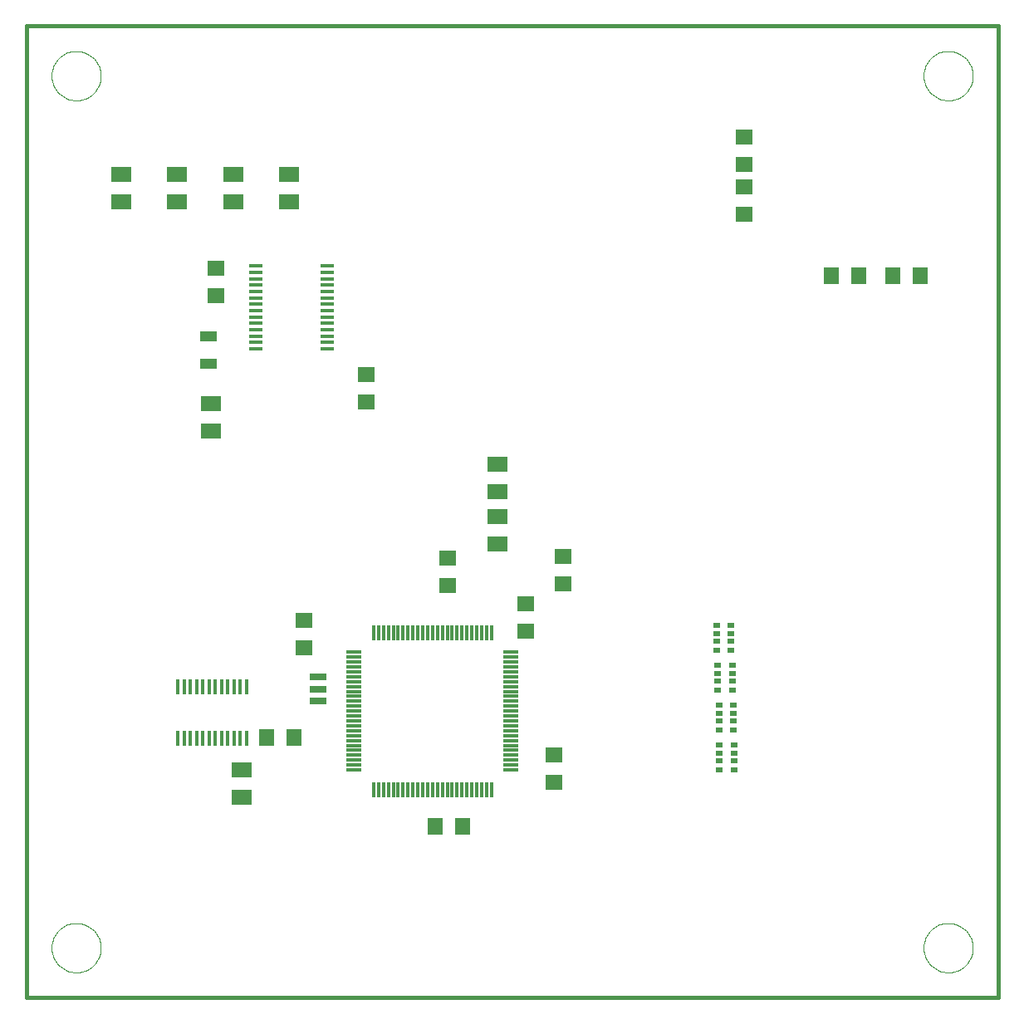
<source format=gtp>
G75*
%MOIN*%
%OFA0B0*%
%FSLAX24Y24*%
%IPPOS*%
%LPD*%
%AMOC8*
5,1,8,0,0,1.08239X$1,22.5*
%
%ADD10C,0.0160*%
%ADD11C,0.0000*%
%ADD12R,0.0118X0.0591*%
%ADD13R,0.0591X0.0118*%
%ADD14R,0.0669X0.0276*%
%ADD15R,0.0787X0.0630*%
%ADD16R,0.0709X0.0630*%
%ADD17R,0.0550X0.0137*%
%ADD18R,0.0630X0.0709*%
%ADD19R,0.0709X0.0394*%
%ADD20R,0.0140X0.0630*%
%ADD21R,0.0315X0.0236*%
%ADD22R,0.0315X0.0197*%
D10*
X000400Y000180D02*
X039400Y000180D01*
X039400Y039180D01*
X000400Y039180D01*
X000400Y000180D01*
D11*
X001410Y002180D02*
X001412Y002243D01*
X001418Y002305D01*
X001428Y002367D01*
X001442Y002429D01*
X001459Y002489D01*
X001481Y002548D01*
X001506Y002605D01*
X001535Y002661D01*
X001567Y002715D01*
X001603Y002767D01*
X001642Y002816D01*
X001684Y002863D01*
X001728Y002907D01*
X001776Y002948D01*
X001826Y002986D01*
X001878Y003021D01*
X001932Y003053D01*
X001989Y003081D01*
X002047Y003105D01*
X002106Y003125D01*
X002167Y003142D01*
X002228Y003155D01*
X002290Y003164D01*
X002353Y003169D01*
X002416Y003170D01*
X002478Y003167D01*
X002541Y003160D01*
X002603Y003149D01*
X002664Y003134D01*
X002724Y003116D01*
X002782Y003093D01*
X002840Y003067D01*
X002895Y003037D01*
X002948Y003004D01*
X003000Y002968D01*
X003048Y002928D01*
X003094Y002886D01*
X003138Y002840D01*
X003178Y002792D01*
X003215Y002741D01*
X003249Y002689D01*
X003280Y002634D01*
X003307Y002577D01*
X003330Y002519D01*
X003350Y002459D01*
X003366Y002398D01*
X003378Y002336D01*
X003386Y002274D01*
X003390Y002211D01*
X003390Y002149D01*
X003386Y002086D01*
X003378Y002024D01*
X003366Y001962D01*
X003350Y001901D01*
X003330Y001841D01*
X003307Y001783D01*
X003280Y001726D01*
X003249Y001671D01*
X003215Y001619D01*
X003178Y001568D01*
X003138Y001520D01*
X003094Y001474D01*
X003048Y001432D01*
X003000Y001392D01*
X002948Y001356D01*
X002895Y001323D01*
X002840Y001293D01*
X002782Y001267D01*
X002724Y001244D01*
X002664Y001226D01*
X002603Y001211D01*
X002541Y001200D01*
X002478Y001193D01*
X002416Y001190D01*
X002353Y001191D01*
X002290Y001196D01*
X002228Y001205D01*
X002167Y001218D01*
X002106Y001235D01*
X002047Y001255D01*
X001989Y001279D01*
X001932Y001307D01*
X001878Y001339D01*
X001826Y001374D01*
X001776Y001412D01*
X001728Y001453D01*
X001684Y001497D01*
X001642Y001544D01*
X001603Y001593D01*
X001567Y001645D01*
X001535Y001699D01*
X001506Y001755D01*
X001481Y001812D01*
X001459Y001871D01*
X001442Y001931D01*
X001428Y001993D01*
X001418Y002055D01*
X001412Y002117D01*
X001410Y002180D01*
X001410Y037180D02*
X001412Y037243D01*
X001418Y037305D01*
X001428Y037367D01*
X001442Y037429D01*
X001459Y037489D01*
X001481Y037548D01*
X001506Y037605D01*
X001535Y037661D01*
X001567Y037715D01*
X001603Y037767D01*
X001642Y037816D01*
X001684Y037863D01*
X001728Y037907D01*
X001776Y037948D01*
X001826Y037986D01*
X001878Y038021D01*
X001932Y038053D01*
X001989Y038081D01*
X002047Y038105D01*
X002106Y038125D01*
X002167Y038142D01*
X002228Y038155D01*
X002290Y038164D01*
X002353Y038169D01*
X002416Y038170D01*
X002478Y038167D01*
X002541Y038160D01*
X002603Y038149D01*
X002664Y038134D01*
X002724Y038116D01*
X002782Y038093D01*
X002840Y038067D01*
X002895Y038037D01*
X002948Y038004D01*
X003000Y037968D01*
X003048Y037928D01*
X003094Y037886D01*
X003138Y037840D01*
X003178Y037792D01*
X003215Y037741D01*
X003249Y037689D01*
X003280Y037634D01*
X003307Y037577D01*
X003330Y037519D01*
X003350Y037459D01*
X003366Y037398D01*
X003378Y037336D01*
X003386Y037274D01*
X003390Y037211D01*
X003390Y037149D01*
X003386Y037086D01*
X003378Y037024D01*
X003366Y036962D01*
X003350Y036901D01*
X003330Y036841D01*
X003307Y036783D01*
X003280Y036726D01*
X003249Y036671D01*
X003215Y036619D01*
X003178Y036568D01*
X003138Y036520D01*
X003094Y036474D01*
X003048Y036432D01*
X003000Y036392D01*
X002948Y036356D01*
X002895Y036323D01*
X002840Y036293D01*
X002782Y036267D01*
X002724Y036244D01*
X002664Y036226D01*
X002603Y036211D01*
X002541Y036200D01*
X002478Y036193D01*
X002416Y036190D01*
X002353Y036191D01*
X002290Y036196D01*
X002228Y036205D01*
X002167Y036218D01*
X002106Y036235D01*
X002047Y036255D01*
X001989Y036279D01*
X001932Y036307D01*
X001878Y036339D01*
X001826Y036374D01*
X001776Y036412D01*
X001728Y036453D01*
X001684Y036497D01*
X001642Y036544D01*
X001603Y036593D01*
X001567Y036645D01*
X001535Y036699D01*
X001506Y036755D01*
X001481Y036812D01*
X001459Y036871D01*
X001442Y036931D01*
X001428Y036993D01*
X001418Y037055D01*
X001412Y037117D01*
X001410Y037180D01*
X036410Y037180D02*
X036412Y037243D01*
X036418Y037305D01*
X036428Y037367D01*
X036442Y037429D01*
X036459Y037489D01*
X036481Y037548D01*
X036506Y037605D01*
X036535Y037661D01*
X036567Y037715D01*
X036603Y037767D01*
X036642Y037816D01*
X036684Y037863D01*
X036728Y037907D01*
X036776Y037948D01*
X036826Y037986D01*
X036878Y038021D01*
X036932Y038053D01*
X036989Y038081D01*
X037047Y038105D01*
X037106Y038125D01*
X037167Y038142D01*
X037228Y038155D01*
X037290Y038164D01*
X037353Y038169D01*
X037416Y038170D01*
X037478Y038167D01*
X037541Y038160D01*
X037603Y038149D01*
X037664Y038134D01*
X037724Y038116D01*
X037782Y038093D01*
X037840Y038067D01*
X037895Y038037D01*
X037948Y038004D01*
X038000Y037968D01*
X038048Y037928D01*
X038094Y037886D01*
X038138Y037840D01*
X038178Y037792D01*
X038215Y037741D01*
X038249Y037689D01*
X038280Y037634D01*
X038307Y037577D01*
X038330Y037519D01*
X038350Y037459D01*
X038366Y037398D01*
X038378Y037336D01*
X038386Y037274D01*
X038390Y037211D01*
X038390Y037149D01*
X038386Y037086D01*
X038378Y037024D01*
X038366Y036962D01*
X038350Y036901D01*
X038330Y036841D01*
X038307Y036783D01*
X038280Y036726D01*
X038249Y036671D01*
X038215Y036619D01*
X038178Y036568D01*
X038138Y036520D01*
X038094Y036474D01*
X038048Y036432D01*
X038000Y036392D01*
X037948Y036356D01*
X037895Y036323D01*
X037840Y036293D01*
X037782Y036267D01*
X037724Y036244D01*
X037664Y036226D01*
X037603Y036211D01*
X037541Y036200D01*
X037478Y036193D01*
X037416Y036190D01*
X037353Y036191D01*
X037290Y036196D01*
X037228Y036205D01*
X037167Y036218D01*
X037106Y036235D01*
X037047Y036255D01*
X036989Y036279D01*
X036932Y036307D01*
X036878Y036339D01*
X036826Y036374D01*
X036776Y036412D01*
X036728Y036453D01*
X036684Y036497D01*
X036642Y036544D01*
X036603Y036593D01*
X036567Y036645D01*
X036535Y036699D01*
X036506Y036755D01*
X036481Y036812D01*
X036459Y036871D01*
X036442Y036931D01*
X036428Y036993D01*
X036418Y037055D01*
X036412Y037117D01*
X036410Y037180D01*
X036410Y002180D02*
X036412Y002243D01*
X036418Y002305D01*
X036428Y002367D01*
X036442Y002429D01*
X036459Y002489D01*
X036481Y002548D01*
X036506Y002605D01*
X036535Y002661D01*
X036567Y002715D01*
X036603Y002767D01*
X036642Y002816D01*
X036684Y002863D01*
X036728Y002907D01*
X036776Y002948D01*
X036826Y002986D01*
X036878Y003021D01*
X036932Y003053D01*
X036989Y003081D01*
X037047Y003105D01*
X037106Y003125D01*
X037167Y003142D01*
X037228Y003155D01*
X037290Y003164D01*
X037353Y003169D01*
X037416Y003170D01*
X037478Y003167D01*
X037541Y003160D01*
X037603Y003149D01*
X037664Y003134D01*
X037724Y003116D01*
X037782Y003093D01*
X037840Y003067D01*
X037895Y003037D01*
X037948Y003004D01*
X038000Y002968D01*
X038048Y002928D01*
X038094Y002886D01*
X038138Y002840D01*
X038178Y002792D01*
X038215Y002741D01*
X038249Y002689D01*
X038280Y002634D01*
X038307Y002577D01*
X038330Y002519D01*
X038350Y002459D01*
X038366Y002398D01*
X038378Y002336D01*
X038386Y002274D01*
X038390Y002211D01*
X038390Y002149D01*
X038386Y002086D01*
X038378Y002024D01*
X038366Y001962D01*
X038350Y001901D01*
X038330Y001841D01*
X038307Y001783D01*
X038280Y001726D01*
X038249Y001671D01*
X038215Y001619D01*
X038178Y001568D01*
X038138Y001520D01*
X038094Y001474D01*
X038048Y001432D01*
X038000Y001392D01*
X037948Y001356D01*
X037895Y001323D01*
X037840Y001293D01*
X037782Y001267D01*
X037724Y001244D01*
X037664Y001226D01*
X037603Y001211D01*
X037541Y001200D01*
X037478Y001193D01*
X037416Y001190D01*
X037353Y001191D01*
X037290Y001196D01*
X037228Y001205D01*
X037167Y001218D01*
X037106Y001235D01*
X037047Y001255D01*
X036989Y001279D01*
X036932Y001307D01*
X036878Y001339D01*
X036826Y001374D01*
X036776Y001412D01*
X036728Y001453D01*
X036684Y001497D01*
X036642Y001544D01*
X036603Y001593D01*
X036567Y001645D01*
X036535Y001699D01*
X036506Y001755D01*
X036481Y001812D01*
X036459Y001871D01*
X036442Y001931D01*
X036428Y001993D01*
X036418Y002055D01*
X036412Y002117D01*
X036410Y002180D01*
D12*
X019062Y008530D03*
X018865Y008530D03*
X018669Y008530D03*
X018472Y008530D03*
X018275Y008530D03*
X018078Y008530D03*
X017881Y008530D03*
X017684Y008530D03*
X017487Y008530D03*
X017291Y008530D03*
X017094Y008530D03*
X016897Y008530D03*
X016700Y008530D03*
X016503Y008530D03*
X016306Y008530D03*
X016109Y008530D03*
X015913Y008530D03*
X015716Y008530D03*
X015519Y008530D03*
X015322Y008530D03*
X015125Y008530D03*
X014928Y008530D03*
X014731Y008530D03*
X014535Y008530D03*
X014338Y008530D03*
X014338Y014830D03*
X014535Y014830D03*
X014731Y014830D03*
X014928Y014830D03*
X015125Y014830D03*
X015322Y014830D03*
X015519Y014830D03*
X015716Y014830D03*
X015913Y014830D03*
X016109Y014830D03*
X016306Y014830D03*
X016503Y014830D03*
X016700Y014830D03*
X016897Y014830D03*
X017094Y014830D03*
X017291Y014830D03*
X017487Y014830D03*
X017684Y014830D03*
X017881Y014830D03*
X018078Y014830D03*
X018275Y014830D03*
X018472Y014830D03*
X018669Y014830D03*
X018865Y014830D03*
X019062Y014830D03*
D13*
X019850Y014042D03*
X019850Y013845D03*
X019850Y013649D03*
X019850Y013452D03*
X019850Y013255D03*
X019850Y013058D03*
X019850Y012861D03*
X019850Y012664D03*
X019850Y012467D03*
X019850Y012271D03*
X019850Y012074D03*
X019850Y011877D03*
X019850Y011680D03*
X019850Y011483D03*
X019850Y011286D03*
X019850Y011089D03*
X019850Y010893D03*
X019850Y010696D03*
X019850Y010499D03*
X019850Y010302D03*
X019850Y010105D03*
X019850Y009908D03*
X019850Y009711D03*
X019850Y009515D03*
X019850Y009318D03*
X013550Y009318D03*
X013550Y009515D03*
X013550Y009711D03*
X013550Y009908D03*
X013550Y010105D03*
X013550Y010302D03*
X013550Y010499D03*
X013550Y010696D03*
X013550Y010893D03*
X013550Y011089D03*
X013550Y011286D03*
X013550Y011483D03*
X013550Y011680D03*
X013550Y011877D03*
X013550Y012074D03*
X013550Y012271D03*
X013550Y012467D03*
X013550Y012664D03*
X013550Y012861D03*
X013550Y013058D03*
X013550Y013255D03*
X013550Y013452D03*
X013550Y013649D03*
X013550Y013845D03*
X013550Y014042D03*
D14*
X012100Y013038D03*
X012100Y012566D03*
X012100Y012093D03*
D15*
X009033Y009319D03*
X009033Y008216D03*
X019300Y018379D03*
X019300Y019481D03*
X019300Y020479D03*
X019300Y021581D03*
X010950Y032129D03*
X010950Y033231D03*
X008700Y033231D03*
X008700Y032129D03*
X006450Y032129D03*
X006450Y033231D03*
X004200Y033231D03*
X004200Y032129D03*
X007810Y024031D03*
X007810Y022929D03*
D16*
X008014Y028341D03*
X008014Y029444D03*
X014043Y025181D03*
X014043Y024079D03*
X017300Y017831D03*
X017300Y016729D03*
X020450Y015981D03*
X020450Y014879D03*
X021925Y016779D03*
X021925Y017881D03*
X021575Y009919D03*
X021575Y008816D03*
X011550Y014229D03*
X011550Y015331D03*
X029200Y031629D03*
X029200Y032731D03*
X029200Y033629D03*
X029200Y034731D03*
D17*
X012489Y029543D03*
X012489Y029287D03*
X012489Y029032D03*
X012489Y028776D03*
X012489Y028520D03*
X012489Y028264D03*
X012489Y028008D03*
X012489Y027752D03*
X012489Y027496D03*
X012489Y027240D03*
X012489Y026984D03*
X012489Y026728D03*
X012489Y026473D03*
X012489Y026217D03*
X009611Y026217D03*
X009611Y026473D03*
X009611Y026728D03*
X009611Y026984D03*
X009611Y027240D03*
X009611Y027496D03*
X009611Y027752D03*
X009611Y028008D03*
X009611Y028264D03*
X009611Y028520D03*
X009611Y028776D03*
X009611Y029032D03*
X009611Y029287D03*
X009611Y029543D03*
D18*
X010036Y010605D03*
X011139Y010605D03*
X016822Y007048D03*
X017924Y007048D03*
X032701Y029160D03*
X033804Y029160D03*
X035164Y029160D03*
X036266Y029160D03*
D19*
X007700Y026731D03*
X007700Y025629D03*
D20*
X007743Y012658D03*
X007983Y012658D03*
X008243Y012658D03*
X008483Y012658D03*
X008743Y012658D03*
X008983Y012658D03*
X009243Y012658D03*
X007483Y012658D03*
X007243Y012658D03*
X006983Y012658D03*
X006743Y012658D03*
X006483Y012658D03*
X006483Y010578D03*
X006743Y010578D03*
X006983Y010578D03*
X007243Y010578D03*
X007483Y010578D03*
X007743Y010578D03*
X007983Y010578D03*
X008243Y010578D03*
X008483Y010578D03*
X008743Y010578D03*
X008983Y010578D03*
X009243Y010578D03*
D21*
X028095Y014128D03*
X028155Y013532D03*
X028745Y013532D03*
X028685Y014128D03*
X028685Y015132D03*
X028095Y015132D03*
X028155Y012528D03*
X028745Y012528D03*
X028785Y011932D03*
X028195Y011932D03*
X028195Y010928D03*
X028785Y010928D03*
X028805Y010332D03*
X028215Y010332D03*
X028215Y009328D03*
X028805Y009328D03*
D22*
X028805Y009673D03*
X028805Y009987D03*
X028215Y009987D03*
X028215Y009673D03*
X028195Y011273D03*
X028195Y011587D03*
X028785Y011587D03*
X028785Y011273D03*
X028745Y012873D03*
X028745Y013187D03*
X028155Y013187D03*
X028155Y012873D03*
X028095Y014473D03*
X028095Y014787D03*
X028685Y014787D03*
X028685Y014473D03*
M02*

</source>
